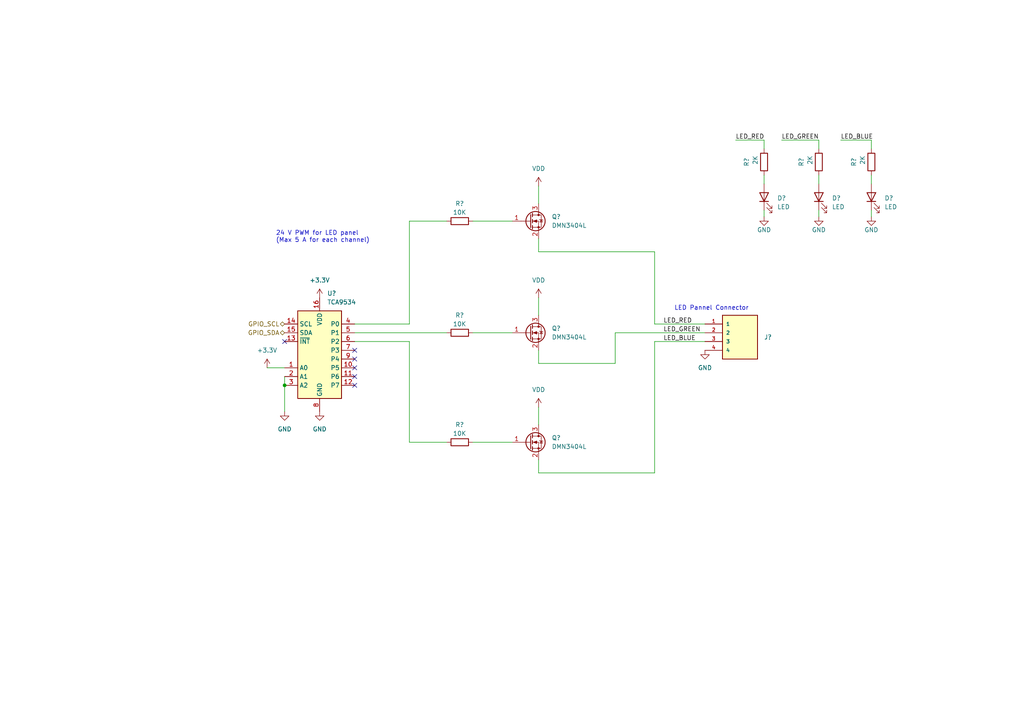
<source format=kicad_sch>
(kicad_sch (version 20230121) (generator eeschema)
  (paper "A4")
  (lib_symbols
    (symbol "Device:LED" (pin_numbers hide) (pin_names (offset 1.016) hide)
      (property "Reference" "D" (at 0 2.54 0))
      (property "Value" "LED" (at 0 -2.54 0))
      (symbol "LED_0_1"
        (polyline (pts (xy -1.27 -1.27) (xy -1.27 1.27)) (stroke (width 0.254)))
        (polyline (pts (xy -1.27 0) (xy 1.27 0)))
        (polyline (pts (xy 1.27 -1.27) (xy 1.27 1.27) (xy -1.27 0) (xy 1.27 -1.27)) (stroke (width 0.254)))
        (polyline (pts (xy -3.048 -0.762) (xy -4.572 -2.286) (xy -3.81 -2.286) (xy -4.572 -2.286) (xy -4.572 -1.524)))
        (polyline (pts (xy -1.778 -0.762) (xy -3.302 -2.286) (xy -2.54 -2.286) (xy -3.302 -2.286) (xy -3.302 -1.524)))
      )
      (symbol "LED_1_1"
        (pin passive line (at -3.81 0 0) (length 2.54) (name "K") (number "1"))
        (pin passive line (at 3.81 0 180) (length 2.54) (name "A") (number "2"))
      )
    )
    (symbol "Device:R" (pin_numbers hide) (pin_names (offset 0))
      (property "Reference" "R" (at 2.032 0 90))
      (property "Value" "R" (at 0 0 90))
      (symbol "R_0_1"
        (rectangle (start -1.016 -2.54) (end 1.016 2.54) (stroke (width 0.254)))
      )
      (symbol "R_1_1"
        (pin passive line (at 0 3.81 270) (length 1.27) (name "~") (number "1"))
        (pin passive line (at 0 -3.81 90) (length 1.27) (name "~") (number "2"))
      )
    )
    (symbol "Interface_Expansion:TCA9534"
      (property "Reference" "U" (at -6.35 12.7 0))
      (property "Value" "TCA9534" (at 2.54 12.7 0))
      (symbol "TCA9534_0_1"
        (rectangle (start -6.35 -13.97) (end 6.35 11.43) (stroke (width 0.254)) (fill (type background)))
      )
      (symbol "TCA9534_1_1"
        (pin input line (at -10.16 -5.08 0) (length 3.81) (name "A0") (number "1"))
        (pin bidirectional line (at 10.16 -5.08 180) (length 3.81) (name "P5") (number "10"))
        (pin bidirectional line (at 10.16 -7.62 180) (length 3.81) (name "P6") (number "11"))
        (pin bidirectional line (at 10.16 -10.16 180) (length 3.81) (name "P7") (number "12"))
        (pin open_collector line (at -10.16 2.54 0) (length 3.81) (name "~{INT}") (number "13"))
        (pin input line (at -10.16 7.62 0) (length 3.81) (name "SCL") (number "14"))
        (pin bidirectional line (at -10.16 5.08 0) (length 3.81) (name "SDA") (number "15"))
        (pin power_in line (at 0 15.24 270) (length 3.81) (name "VDD") (number "16"))
        (pin input line (at -10.16 -7.62 0) (length 3.81) (name "A1") (number "2"))
        (pin input line (at -10.16 -10.16 0) (length 3.81) (name "A2") (number "3"))
        (pin bidirectional line (at 10.16 7.62 180) (length 3.81) (name "P0") (number "4"))
        (pin bidirectional line (at 10.16 5.08 180) (length 3.81) (name "P1") (number "5"))
        (pin bidirectional line (at 10.16 2.54 180) (length 3.81) (name "P2") (number "6"))
        (pin bidirectional line (at 10.16 0 180) (length 3.81) (name "P3") (number "7"))
        (pin power_in line (at 0 -17.78 90) (length 3.81) (name "GND") (number "8"))
        (pin bidirectional line (at 10.16 -2.54 180) (length 3.81) (name "P4") (number "9"))
      )
    )
    (symbol "Transistor_FET:DMN3404L" (pin_names hide)
      (property "Reference" "Q" (at 5.08 1.905 0))
      (property "Value" "DMN3404L" (at 5.08 0 0))
      (symbol "DMN3404L_0_1"
        (polyline (pts (xy 0.254 0) (xy -2.54 0)))
        (polyline (pts (xy 0.254 1.905) (xy 0.254 -1.905)) (stroke (width 0.254)))
        (polyline (pts (xy 0.762 -1.27) (xy 0.762 -2.286)) (stroke (width 0.254)))
        (polyline (pts (xy 0.762 0.508) (xy 0.762 -0.508)) (stroke (width 0.254)))
        (polyline (pts (xy 0.762 2.286) (xy 0.762 1.27)) (stroke (width 0.254)))
        (polyline (pts (xy 2.54 2.54) (xy 2.54 1.778)))
        (polyline (pts (xy 2.54 -2.54) (xy 2.54 0) (xy 0.762 0)))
        (polyline (pts (xy 0.762 -1.778) (xy 3.302 -1.778) (xy 3.302 1.778) (xy 0.762 1.778)))
        (polyline (pts (xy 1.016 0) (xy 2.032 0.381) (xy 2.032 -0.381) (xy 1.016 0)) (fill (type outline)))
        (polyline (pts (xy 2.794 0.508) (xy 2.921 0.381) (xy 3.683 0.381) (xy 3.81 0.254)))
        (polyline (pts (xy 3.302 0.381) (xy 2.921 -0.254) (xy 3.683 -0.254) (xy 3.302 0.381)))
        (circle (center 1.651 0) (radius 2.794) (stroke (width 0.254)))
        (circle (center 2.54 -1.778) (radius 0.254) (fill (type outline)))
        (circle (center 2.54 1.778) (radius 0.254) (fill (type outline)))
      )
      (symbol "DMN3404L_1_1"
        (pin input line (at -5.08 0 0) (length 2.54) (name "G") (number "1"))
        (pin passive line (at 2.54 -5.08 90) (length 2.54) (name "S") (number "2"))
        (pin passive line (at 2.54 5.08 270) (length 2.54) (name "D") (number "3"))
      )
    )
    (symbol "connectors:TBP02R2-381-04BE" (pin_names (offset 1.016))
      (property "Reference" "J" (at -5.58 7.62 0))
      (property "Value" "TBP02R2-381-04BE" (at -5.08 -7.62 0))
      (symbol "TBP02R2-381-04BE_0_0"
        (rectangle (start -5.08 -5.08) (end 5.08 7.62) (stroke (width 0.254)) (fill (type background)))
        (pin passive line (at -10.16 5.08 0) (length 5.08) (name "1") (number "1"))
        (pin passive line (at -10.16 2.54 0) (length 5.08) (name "2") (number "2"))
        (pin passive line (at -10.16 0 0) (length 5.08) (name "3") (number "3"))
        (pin passive line (at -10.16 -2.54 0) (length 5.08) (name "4") (number "4"))
      )
    )
    (symbol "power:+3.3V" (power) (pin_names (offset 0))
      (property "Value" "+3.3V" (at 0 3.556 0))
      (symbol "+3.3V_0_1"
        (polyline (pts (xy -0.762 1.27) (xy 0 2.54)))
        (polyline (pts (xy 0 0) (xy 0 2.54)))
        (polyline (pts (xy 0 2.54) (xy 0.762 1.27)))
      )
      (symbol "+3.3V_1_1"
        (pin power_in line (at 0 0 90) (length 0) hide (name "+3.3V") (number "1"))
      )
    )
    (symbol "power:GND" (power) (pin_names (offset 0))
      (property "Value" "GND" (at 0 -3.81 0))
      (symbol "GND_0_1"
        (polyline (pts (xy 0 0) (xy 0 -1.27) (xy 1.27 -1.27) (xy 0 -2.54) (xy -1.27 -1.27) (xy 0 -1.27)))
      )
      (symbol "GND_1_1"
        (pin power_in line (at 0 0 270) (length 0) hide (name "GND") (number "1"))
      )
    )
    (symbol "power:VDD" (power) (pin_names (offset 0))
      (property "Value" "VDD" (at 0 3.81 0))
      (symbol "VDD_0_1"
        (polyline (pts (xy -0.762 1.27) (xy 0 2.54)))
        (polyline (pts (xy 0 0) (xy 0 2.54)))
        (polyline (pts (xy 0 2.54) (xy 0.762 1.27)))
      )
      (symbol "VDD_1_1"
        (pin power_in line (at 0 0 90) (length 0) hide (name "VDD") (number "1"))
      )
    )
  )
  (junction (at 82.55 111.76))
  (no_connect (at 82.55 99.06))
  (no_connect (at 102.87 104.14))
  (no_connect (at 102.87 109.22))
  (no_connect (at 102.87 111.76))
  (no_connect (at 102.87 101.6))
  (no_connect (at 102.87 106.68))
  (wire (pts (xy 156.21 69.215) (xy 156.21 73.025)))
  (wire (pts (xy 243.84 40.64) (xy 252.73 40.64)))
  (wire (pts (xy 252.73 50.8) (xy 252.73 53.34)))
  (wire (pts (xy 237.49 60.96) (xy 237.49 62.865)))
  (wire (pts (xy 102.87 93.98) (xy 118.745 93.98)))
  (wire (pts (xy 189.865 93.98) (xy 204.47 93.98)))
  (wire (pts (xy 156.21 101.6) (xy 156.21 105.41)))
  (wire (pts (xy 156.21 133.35) (xy 156.21 137.16)))
  (wire (pts (xy 213.36 40.64) (xy 221.615 40.64)))
  (wire (pts (xy 118.745 128.27) (xy 118.745 99.06)))
  (wire (pts (xy 252.73 60.96) (xy 252.73 62.865)))
  (wire (pts (xy 156.21 53.975) (xy 156.21 59.055)))
  (wire (pts (xy 77.47 106.68) (xy 82.55 106.68)))
  (wire (pts (xy 82.55 111.76) (xy 82.55 119.38)))
  (wire (pts (xy 118.745 93.98) (xy 118.745 64.135)))
  (wire (pts (xy 156.21 105.41) (xy 178.435 105.41)))
  (wire (pts (xy 137.16 64.135) (xy 148.59 64.135)))
  (wire (pts (xy 226.695 40.64) (xy 237.49 40.64)))
  (wire (pts (xy 237.49 40.64) (xy 237.49 43.18)))
  (wire (pts (xy 118.745 64.135) (xy 129.54 64.135)))
  (wire (pts (xy 252.73 40.64) (xy 252.73 43.18)))
  (wire (pts (xy 102.87 96.52) (xy 129.54 96.52)))
  (wire (pts (xy 178.435 105.41) (xy 178.435 96.52)))
  (wire (pts (xy 189.865 73.025) (xy 189.865 93.98)))
  (wire (pts (xy 237.49 50.8) (xy 237.49 53.34)))
  (wire (pts (xy 156.21 137.16) (xy 189.865 137.16)))
  (wire (pts (xy 82.55 109.22) (xy 82.55 111.76)))
  (wire (pts (xy 129.54 128.27) (xy 118.745 128.27)))
  (wire (pts (xy 137.16 96.52) (xy 148.59 96.52)))
  (wire (pts (xy 118.745 99.06) (xy 102.87 99.06)))
  (wire (pts (xy 156.21 73.025) (xy 189.865 73.025)))
  (wire (pts (xy 221.615 60.96) (xy 221.615 62.865)))
  (wire (pts (xy 221.615 40.64) (xy 221.615 43.18)))
  (wire (pts (xy 156.21 118.11) (xy 156.21 123.19)))
  (wire (pts (xy 156.21 86.36) (xy 156.21 91.44)))
  (wire (pts (xy 189.865 137.16) (xy 189.865 99.06)))
  (wire (pts (xy 221.615 50.8) (xy 221.615 53.34)))
  (wire (pts (xy 189.865 99.06) (xy 204.47 99.06)))
  (wire (pts (xy 178.435 96.52) (xy 204.47 96.52)))
  (wire (pts (xy 137.16 128.27) (xy 148.59 128.27)))
  (text "24 V PWM for LED panel \n(Max 5 A for each channel)" (at 80.01 70.485 0) (effects (font (size 1.27 1.27)) (justify left bottom)))
  (text "LED Pannel Connector" (at 195.58 90.17 0) (effects (font (size 1.27 1.27)) (justify left bottom)))
  (label "LED_RED" (at 192.405 93.98 0))
  (label "LED_BLUE" (at 192.405 99.06 0))
  (label "LED_GREEN" (at 192.405 96.52 0))
  (label "LED_GREEN" (at 226.695 40.64 0))
  (label "LED_RED" (at 213.36 40.64 0))
  (label "LED_BLUE" (at 243.84 40.64 0))
  (hierarchical_label "GPIO_SCL" (shape bidirectional) (at 82.55 93.98 180))
  (hierarchical_label "GPIO_SDA" (shape bidirectional) (at 82.55 96.52 180))
  (symbol (lib_id "Device:R") (at 221.615 46.99 180) (unit 1)
    (property "Reference" "R?" (at 216.535 45.72 90) (effects (justify left)))
    (property "Value" "2K" (at 219.075 45.085 90) (effects (justify left)))
    (property "Footprint" "Resistor_SMD:R_0805_2012Metric" (effects hide))
    (instances (project "phenobottle" (path "" (reference "R?") (unit 1)) (path "" (reference "R?") (unit 1)) (path "" (reference "R?") (unit 1))) (project "u-nit" (path "" (reference "R4") (unit 1))) (project "blackbox" (path "" (reference "R1") (unit 1))))
  )
  (symbol (lib_id "power:GND") (at 204.47 101.6 0) (unit 1)
    (property "Reference" "#PWR091" (effects hide))
    (property "Value" "GND" (at 204.47 106.68 0))
  )
  (symbol (lib_id "Device:R") (at 133.35 64.135 90) (unit 1)
    (property "Reference" "R?" (at 134.62 59.055 90) (effects (justify left)))
    (property "Value" "10K" (at 135.255 61.595 90) (effects (justify left)))
    (property "Footprint" "Resistor_SMD:R_0805_2012Metric" (effects hide))
    (instances (project "phenobottle" (path "" (reference "R?") (unit 1)) (path "" (reference "R?") (unit 1)) (path "" (reference "R?") (unit 1))) (project "u-nit" (path "" (reference "R4") (unit 1))) (project "blackbox" (path "" (reference "R1") (unit 1))))
  )
  (symbol (lib_id "power:VDD") (at 156.21 118.11 0) (unit 1)
    (property "Reference" "#PWR080" (effects hide))
    (property "Value" "VDD" (at 156.21 113.03 0))
    (instances (project "phenobottle" (path "" (reference "#PWR080") (unit 1)) (path "" (reference "#PWR090") (unit 1))) (project "u-nit" (path "" (reference "#PWR011") (unit 1))))
  )
  (symbol (lib_id "power:+3.3V") (at 92.71 86.36 0) (unit 1)
    (property "Reference" "#PWR077" (effects hide))
    (property "Value" "+3.3V" (at 92.71 81.28 0))
    (instances (project "phenobottle" (path "" (reference "#PWR077") (unit 1)) (path "" (reference "#PWR041") (unit 1))))
  )
  (symbol (lib_id "power:GND") (at 237.49 62.865 0) (unit 1)
    (property "Reference" "#PWR093" (effects hide))
    (property "Value" "GND" (at 237.49 66.675 0))
  )
  (symbol (lib_id "power:GND") (at 92.71 119.38 0) (unit 1)
    (property "Reference" "#PWR076" (effects hide))
    (property "Value" "GND" (at 92.71 124.46 0))
    (instances (project "phenobottle" (path "" (reference "#PWR076") (unit 1)) (path "" (reference "#PWR086") (unit 1))))
  )
  (symbol (lib_id "Device:R") (at 237.49 46.99 180) (unit 1)
    (property "Reference" "R?" (at 232.41 45.72 90) (effects (justify left)))
    (property "Value" "2K" (at 234.95 45.085 90) (effects (justify left)))
    (property "Footprint" "Resistor_SMD:R_0805_2012Metric" (effects hide))
    (instances (project "phenobottle" (path "" (reference "R?") (unit 1)) (path "" (reference "R?") (unit 1)) (path "" (reference "R?") (unit 1))) (project "u-nit" (path "" (reference "R4") (unit 1))) (project "blackbox" (path "" (reference "R1") (unit 1))))
  )
  (symbol (lib_id "power:VDD") (at 156.21 86.36 0) (unit 1)
    (property "Reference" "#PWR080" (effects hide))
    (property "Value" "VDD" (at 156.21 81.28 0))
    (instances (project "phenobottle" (path "" (reference "#PWR080") (unit 1)) (path "" (reference "#PWR089") (unit 1))) (project "u-nit" (path "" (reference "#PWR011") (unit 1))))
  )
  (symbol (lib_id "Device:R") (at 133.35 96.52 90) (unit 1)
    (property "Reference" "R?" (at 134.62 91.44 90) (effects (justify left)))
    (property "Value" "10K" (at 135.255 93.98 90) (effects (justify left)))
    (property "Footprint" "Resistor_SMD:R_0805_2012Metric" (effects hide))
    (instances (project "phenobottle" (path "" (reference "R?") (unit 1)) (path "" (reference "R?") (unit 1)) (path "" (reference "R?") (unit 1))) (project "u-nit" (path "" (reference "R4") (unit 1))) (project "blackbox" (path "" (reference "R1") (unit 1))))
  )
  (symbol (lib_id "Device:R") (at 133.35 128.27 90) (unit 1)
    (property "Reference" "R?" (at 134.62 123.19 90) (effects (justify left)))
    (property "Value" "10K" (at 135.255 125.73 90) (effects (justify left)))
    (property "Footprint" "Resistor_SMD:R_0805_2012Metric" (effects hide))
    (instances (project "phenobottle" (path "" (reference "R?") (unit 1)) (path "" (reference "R?") (unit 1)) (path "" (reference "R?") (unit 1))) (project "u-nit" (path "" (reference "R4") (unit 1))) (project "blackbox" (path "" (reference "R1") (unit 1))))
  )
  (symbol (lib_id "power:GND") (at 221.615 62.865 0) (unit 1)
    (property "Reference" "#PWR092" (effects hide))
    (property "Value" "GND" (at 221.615 66.675 0))
  )
  (symbol (lib_id "Device:LED") (at 252.73 57.15 90) (unit 1)
    (property "Reference" "D?" (at 256.54 57.4675 90) (effects (justify right)))
    (property "Value" "LED" (at 256.54 60.0075 90) (effects (justify right)))
  )
  (symbol (lib_id "power:GND") (at 252.73 62.865 0) (unit 1)
    (property "Reference" "#PWR094" (effects hide))
    (property "Value" "GND" (at 252.73 66.675 0))
  )
  (symbol (lib_id "power:+3.3V") (at 77.47 106.68 0) (unit 1)
    (property "Reference" "#PWR077" (effects hide))
    (property "Value" "+3.3V" (at 77.47 101.6 0))
    (instances (project "phenobottle" (path "" (reference "#PWR077") (unit 1)) (path "" (reference "#PWR087") (unit 1))))
  )
  (symbol (lib_id "Device:LED") (at 221.615 57.15 90) (unit 1)
    (property "Reference" "D?" (at 225.425 57.4675 90) (effects (justify right)))
    (property "Value" "LED" (at 225.425 60.0075 90) (effects (justify right)))
  )
  (symbol (lib_id "Transistor_FET:DMN3404L") (at 153.67 128.27 0) (unit 1)
    (property "Reference" "Q?" (at 160.02 127 0) (effects (justify left)))
    (property "Value" "DMN3404L" (at 160.02 129.54 0) (effects (justify left)))
    (property "Footprint" "Package_TO_SOT_SMD:SOT-23" (effects hide))
    (property "Datasheet" "http://www.diodes.com/assets/Datasheets/ds31787.pdf" (effects hide))
  )
  (symbol (lib_id "power:GND") (at 82.55 119.38 0) (unit 1)
    (property "Reference" "#PWR075" (effects hide))
    (property "Value" "GND" (at 82.55 124.46 0))
    (instances (project "phenobottle" (path "" (reference "#PWR075") (unit 1)) (path "" (reference "#PWR040") (unit 1))))
  )
  (symbol (lib_id "Interface_Expansion:TCA9534") (at 92.71 101.6 0) (unit 1)
    (property "Reference" "U?" (at 94.9041 85.09 0) (effects (justify left)))
    (property "Value" "TCA9534" (at 94.9041 87.63 0) (effects (justify left)))
    (property "Datasheet" "http://www.ti.com/lit/ds/symlink/tca9534.pdf" (effects hide))
  )
  (symbol (lib_id "Device:LED") (at 237.49 57.15 90) (unit 1)
    (property "Reference" "D?" (at 241.3 57.4675 90) (effects (justify right)))
    (property "Value" "LED" (at 241.3 60.0075 90) (effects (justify right)))
  )
  (symbol (lib_id "Device:R") (at 252.73 46.99 180) (unit 1)
    (property "Reference" "R?" (at 247.65 45.72 90) (effects (justify left)))
    (property "Value" "2K" (at 250.19 45.085 90) (effects (justify left)))
    (property "Footprint" "Resistor_SMD:R_0805_2012Metric" (effects hide))
    (instances (project "phenobottle" (path "" (reference "R?") (unit 1)) (path "" (reference "R?") (unit 1)) (path "" (reference "R?") (unit 1))) (project "u-nit" (path "" (reference "R4") (unit 1))) (project "blackbox" (path "" (reference "R1") (unit 1))))
  )
  (symbol (lib_id "Transistor_FET:DMN3404L") (at 153.67 64.135 0) (unit 1)
    (property "Reference" "Q?" (at 160.02 62.865 0) (effects (justify left)))
    (property "Value" "DMN3404L" (at 160.02 65.405 0) (effects (justify left)))
    (property "Footprint" "Package_TO_SOT_SMD:SOT-23" (effects hide))
    (property "Datasheet" "http://www.diodes.com/assets/Datasheets/ds31787.pdf" (effects hide))
  )
  (symbol (lib_id "Transistor_FET:DMN3404L") (at 153.67 96.52 0) (unit 1)
    (property "Reference" "Q?" (at 160.02 95.25 0) (effects (justify left)))
    (property "Value" "DMN3404L" (at 160.02 97.79 0) (effects (justify left)))
    (property "Footprint" "Package_TO_SOT_SMD:SOT-23" (effects hide))
    (property "Datasheet" "http://www.diodes.com/assets/Datasheets/ds31787.pdf" (effects hide))
  )
  (symbol (lib_id "power:VDD") (at 156.21 53.975 0) (unit 1)
    (property "Reference" "#PWR080" (effects hide))
    (property "Value" "VDD" (at 156.21 48.895 0))
    (instances (project "phenobottle" (path "" (reference "#PWR080") (unit 1)) (path "" (reference "#PWR088") (unit 1))) (project "u-nit" (path "" (reference "#PWR011") (unit 1))))
  )
  (symbol (lib_id "connectors:TBP02R2-381-04BE") (at 214.63 99.06 0) (unit 1)
    (property "Reference" "J?" (at 221.615 97.79 0) (effects (justify left)))
    (property "Value" "TBP02R2-381-04BE" (effects hide))
    (property "Footprint" "connectors:TBP02R2-381-04BE" (effects hide))
    (property "MF" "CUI Devices" (effects hide))
    (property "Description" "2~24 Poles, Pluggable, Receptacle, Vertical, 3.81 Pitch, Terminal Block Connector" (effects hide))
    (property "Package" "None" (effects hide))
    (property "Price" "None" (effects hide))
    (property "Check_prices" "https://www.snapeda.com/parts/TBP02R2-381-04BE/CUI+Devices/view-part/?ref=eda" (effects hide))
    (property "STANDARD" "Manufacturer Recommendations" (effects hide))
    (property "SnapEDA_Link" "https://www.snapeda.com/parts/TBP02R2-381-04BE/CUI+Devices/view-part/?ref=snap" (effects hide))
    (property "MP" "TBP02R2-381-04BE" (effects hide))
    (property "Purchase-URL" "https://pricing.snapeda.com/search?q=TBP02R2-381-04BE&ref=eda" (effects hide))
    (property "CUI_purchase_URL" "https://www.cuidevices.com/product/interconnect/connectors/terminal-blocks/tbp02r2-381-series?utm_source=snapeda.com&utm_medium=referral&utm_campaign=snapedaBOM" (effects hide))
    (property "Availability" "In Stock" (effects hide))
    (property "MANUFACTURER" "CUI" (effects hide))
  )
)
</source>
